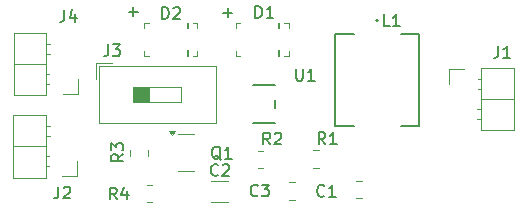
<source format=gto>
%TF.GenerationSoftware,KiCad,Pcbnew,9.0.1*%
%TF.CreationDate,2025-08-14T16:00:01+05:30*%
%TF.ProjectId,TinySolarSupply,54696e79-536f-46c6-9172-537570706c79,rev?*%
%TF.SameCoordinates,Original*%
%TF.FileFunction,Legend,Top*%
%TF.FilePolarity,Positive*%
%FSLAX46Y46*%
G04 Gerber Fmt 4.6, Leading zero omitted, Abs format (unit mm)*
G04 Created by KiCad (PCBNEW 9.0.1) date 2025-08-14 16:00:01*
%MOMM*%
%LPD*%
G01*
G04 APERTURE LIST*
%ADD10C,0.150000*%
%ADD11C,0.120000*%
%ADD12C,0.100000*%
%ADD13C,0.152400*%
G04 APERTURE END LIST*
D10*
X115138248Y-100123666D02*
X115900153Y-100123666D01*
X115519200Y-100504619D02*
X115519200Y-99742714D01*
X107137248Y-100022066D02*
X107899153Y-100022066D01*
X107518200Y-100403019D02*
X107518200Y-99641114D01*
X106645619Y-112098566D02*
X106169428Y-112431899D01*
X106645619Y-112669994D02*
X105645619Y-112669994D01*
X105645619Y-112669994D02*
X105645619Y-112289042D01*
X105645619Y-112289042D02*
X105693238Y-112193804D01*
X105693238Y-112193804D02*
X105740857Y-112146185D01*
X105740857Y-112146185D02*
X105836095Y-112098566D01*
X105836095Y-112098566D02*
X105978952Y-112098566D01*
X105978952Y-112098566D02*
X106074190Y-112146185D01*
X106074190Y-112146185D02*
X106121809Y-112193804D01*
X106121809Y-112193804D02*
X106169428Y-112289042D01*
X106169428Y-112289042D02*
X106169428Y-112669994D01*
X105645619Y-111765232D02*
X105645619Y-111146185D01*
X105645619Y-111146185D02*
X106026571Y-111479518D01*
X106026571Y-111479518D02*
X106026571Y-111336661D01*
X106026571Y-111336661D02*
X106074190Y-111241423D01*
X106074190Y-111241423D02*
X106121809Y-111193804D01*
X106121809Y-111193804D02*
X106217047Y-111146185D01*
X106217047Y-111146185D02*
X106455142Y-111146185D01*
X106455142Y-111146185D02*
X106550380Y-111193804D01*
X106550380Y-111193804D02*
X106598000Y-111241423D01*
X106598000Y-111241423D02*
X106645619Y-111336661D01*
X106645619Y-111336661D02*
X106645619Y-111622375D01*
X106645619Y-111622375D02*
X106598000Y-111717613D01*
X106598000Y-111717613D02*
X106550380Y-111765232D01*
X117841805Y-100556219D02*
X117841805Y-99556219D01*
X117841805Y-99556219D02*
X118079900Y-99556219D01*
X118079900Y-99556219D02*
X118222757Y-99603838D01*
X118222757Y-99603838D02*
X118317995Y-99699076D01*
X118317995Y-99699076D02*
X118365614Y-99794314D01*
X118365614Y-99794314D02*
X118413233Y-99984790D01*
X118413233Y-99984790D02*
X118413233Y-100127647D01*
X118413233Y-100127647D02*
X118365614Y-100318123D01*
X118365614Y-100318123D02*
X118317995Y-100413361D01*
X118317995Y-100413361D02*
X118222757Y-100508600D01*
X118222757Y-100508600D02*
X118079900Y-100556219D01*
X118079900Y-100556219D02*
X117841805Y-100556219D01*
X119365614Y-100556219D02*
X118794186Y-100556219D01*
X119079900Y-100556219D02*
X119079900Y-99556219D01*
X119079900Y-99556219D02*
X118984662Y-99699076D01*
X118984662Y-99699076D02*
X118889424Y-99794314D01*
X118889424Y-99794314D02*
X118794186Y-99841933D01*
X101165066Y-114847019D02*
X101165066Y-115561304D01*
X101165066Y-115561304D02*
X101117447Y-115704161D01*
X101117447Y-115704161D02*
X101022209Y-115799400D01*
X101022209Y-115799400D02*
X100879352Y-115847019D01*
X100879352Y-115847019D02*
X100784114Y-115847019D01*
X101593638Y-114942257D02*
X101641257Y-114894638D01*
X101641257Y-114894638D02*
X101736495Y-114847019D01*
X101736495Y-114847019D02*
X101974590Y-114847019D01*
X101974590Y-114847019D02*
X102069828Y-114894638D01*
X102069828Y-114894638D02*
X102117447Y-114942257D01*
X102117447Y-114942257D02*
X102165066Y-115037495D01*
X102165066Y-115037495D02*
X102165066Y-115132733D01*
X102165066Y-115132733D02*
X102117447Y-115275590D01*
X102117447Y-115275590D02*
X101546019Y-115847019D01*
X101546019Y-115847019D02*
X102165066Y-115847019D01*
X121285095Y-104864819D02*
X121285095Y-105674342D01*
X121285095Y-105674342D02*
X121332714Y-105769580D01*
X121332714Y-105769580D02*
X121380333Y-105817200D01*
X121380333Y-105817200D02*
X121475571Y-105864819D01*
X121475571Y-105864819D02*
X121666047Y-105864819D01*
X121666047Y-105864819D02*
X121761285Y-105817200D01*
X121761285Y-105817200D02*
X121808904Y-105769580D01*
X121808904Y-105769580D02*
X121856523Y-105674342D01*
X121856523Y-105674342D02*
X121856523Y-104864819D01*
X122856523Y-105864819D02*
X122285095Y-105864819D01*
X122570809Y-105864819D02*
X122570809Y-104864819D01*
X122570809Y-104864819D02*
X122475571Y-105007676D01*
X122475571Y-105007676D02*
X122380333Y-105102914D01*
X122380333Y-105102914D02*
X122285095Y-105150533D01*
X138401466Y-102947119D02*
X138401466Y-103661404D01*
X138401466Y-103661404D02*
X138353847Y-103804261D01*
X138353847Y-103804261D02*
X138258609Y-103899500D01*
X138258609Y-103899500D02*
X138115752Y-103947119D01*
X138115752Y-103947119D02*
X138020514Y-103947119D01*
X139401466Y-103947119D02*
X138830038Y-103947119D01*
X139115752Y-103947119D02*
X139115752Y-102947119D01*
X139115752Y-102947119D02*
X139020514Y-103089976D01*
X139020514Y-103089976D02*
X138925276Y-103185214D01*
X138925276Y-103185214D02*
X138830038Y-103232833D01*
X106106933Y-115923219D02*
X105773600Y-115447028D01*
X105535505Y-115923219D02*
X105535505Y-114923219D01*
X105535505Y-114923219D02*
X105916457Y-114923219D01*
X105916457Y-114923219D02*
X106011695Y-114970838D01*
X106011695Y-114970838D02*
X106059314Y-115018457D01*
X106059314Y-115018457D02*
X106106933Y-115113695D01*
X106106933Y-115113695D02*
X106106933Y-115256552D01*
X106106933Y-115256552D02*
X106059314Y-115351790D01*
X106059314Y-115351790D02*
X106011695Y-115399409D01*
X106011695Y-115399409D02*
X105916457Y-115447028D01*
X105916457Y-115447028D02*
X105535505Y-115447028D01*
X106964076Y-115256552D02*
X106964076Y-115923219D01*
X106725981Y-114875600D02*
X106487886Y-115589885D01*
X106487886Y-115589885D02*
X107106933Y-115589885D01*
X109946305Y-100632419D02*
X109946305Y-99632419D01*
X109946305Y-99632419D02*
X110184400Y-99632419D01*
X110184400Y-99632419D02*
X110327257Y-99680038D01*
X110327257Y-99680038D02*
X110422495Y-99775276D01*
X110422495Y-99775276D02*
X110470114Y-99870514D01*
X110470114Y-99870514D02*
X110517733Y-100060990D01*
X110517733Y-100060990D02*
X110517733Y-100203847D01*
X110517733Y-100203847D02*
X110470114Y-100394323D01*
X110470114Y-100394323D02*
X110422495Y-100489561D01*
X110422495Y-100489561D02*
X110327257Y-100584800D01*
X110327257Y-100584800D02*
X110184400Y-100632419D01*
X110184400Y-100632419D02*
X109946305Y-100632419D01*
X110898686Y-99727657D02*
X110946305Y-99680038D01*
X110946305Y-99680038D02*
X111041543Y-99632419D01*
X111041543Y-99632419D02*
X111279638Y-99632419D01*
X111279638Y-99632419D02*
X111374876Y-99680038D01*
X111374876Y-99680038D02*
X111422495Y-99727657D01*
X111422495Y-99727657D02*
X111470114Y-99822895D01*
X111470114Y-99822895D02*
X111470114Y-99918133D01*
X111470114Y-99918133D02*
X111422495Y-100060990D01*
X111422495Y-100060990D02*
X110851067Y-100632419D01*
X110851067Y-100632419D02*
X111470114Y-100632419D01*
X118044933Y-115573980D02*
X117997314Y-115621600D01*
X117997314Y-115621600D02*
X117854457Y-115669219D01*
X117854457Y-115669219D02*
X117759219Y-115669219D01*
X117759219Y-115669219D02*
X117616362Y-115621600D01*
X117616362Y-115621600D02*
X117521124Y-115526361D01*
X117521124Y-115526361D02*
X117473505Y-115431123D01*
X117473505Y-115431123D02*
X117425886Y-115240647D01*
X117425886Y-115240647D02*
X117425886Y-115097790D01*
X117425886Y-115097790D02*
X117473505Y-114907314D01*
X117473505Y-114907314D02*
X117521124Y-114812076D01*
X117521124Y-114812076D02*
X117616362Y-114716838D01*
X117616362Y-114716838D02*
X117759219Y-114669219D01*
X117759219Y-114669219D02*
X117854457Y-114669219D01*
X117854457Y-114669219D02*
X117997314Y-114716838D01*
X117997314Y-114716838D02*
X118044933Y-114764457D01*
X118378267Y-114669219D02*
X118997314Y-114669219D01*
X118997314Y-114669219D02*
X118663981Y-115050171D01*
X118663981Y-115050171D02*
X118806838Y-115050171D01*
X118806838Y-115050171D02*
X118902076Y-115097790D01*
X118902076Y-115097790D02*
X118949695Y-115145409D01*
X118949695Y-115145409D02*
X118997314Y-115240647D01*
X118997314Y-115240647D02*
X118997314Y-115478742D01*
X118997314Y-115478742D02*
X118949695Y-115573980D01*
X118949695Y-115573980D02*
X118902076Y-115621600D01*
X118902076Y-115621600D02*
X118806838Y-115669219D01*
X118806838Y-115669219D02*
X118521124Y-115669219D01*
X118521124Y-115669219D02*
X118425886Y-115621600D01*
X118425886Y-115621600D02*
X118378267Y-115573980D01*
X119086333Y-111275019D02*
X118753000Y-110798828D01*
X118514905Y-111275019D02*
X118514905Y-110275019D01*
X118514905Y-110275019D02*
X118895857Y-110275019D01*
X118895857Y-110275019D02*
X118991095Y-110322638D01*
X118991095Y-110322638D02*
X119038714Y-110370257D01*
X119038714Y-110370257D02*
X119086333Y-110465495D01*
X119086333Y-110465495D02*
X119086333Y-110608352D01*
X119086333Y-110608352D02*
X119038714Y-110703590D01*
X119038714Y-110703590D02*
X118991095Y-110751209D01*
X118991095Y-110751209D02*
X118895857Y-110798828D01*
X118895857Y-110798828D02*
X118514905Y-110798828D01*
X119467286Y-110370257D02*
X119514905Y-110322638D01*
X119514905Y-110322638D02*
X119610143Y-110275019D01*
X119610143Y-110275019D02*
X119848238Y-110275019D01*
X119848238Y-110275019D02*
X119943476Y-110322638D01*
X119943476Y-110322638D02*
X119991095Y-110370257D01*
X119991095Y-110370257D02*
X120038714Y-110465495D01*
X120038714Y-110465495D02*
X120038714Y-110560733D01*
X120038714Y-110560733D02*
X119991095Y-110703590D01*
X119991095Y-110703590D02*
X119419667Y-111275019D01*
X119419667Y-111275019D02*
X120038714Y-111275019D01*
X129195533Y-101242019D02*
X128719343Y-101242019D01*
X128719343Y-101242019D02*
X128719343Y-100242019D01*
X130052676Y-101242019D02*
X129481248Y-101242019D01*
X129766962Y-101242019D02*
X129766962Y-100242019D01*
X129766962Y-100242019D02*
X129671724Y-100384876D01*
X129671724Y-100384876D02*
X129576486Y-100480114D01*
X129576486Y-100480114D02*
X129481248Y-100527733D01*
X101673066Y-99886419D02*
X101673066Y-100600704D01*
X101673066Y-100600704D02*
X101625447Y-100743561D01*
X101625447Y-100743561D02*
X101530209Y-100838800D01*
X101530209Y-100838800D02*
X101387352Y-100886419D01*
X101387352Y-100886419D02*
X101292114Y-100886419D01*
X102577828Y-100219752D02*
X102577828Y-100886419D01*
X102339733Y-99838800D02*
X102101638Y-100553085D01*
X102101638Y-100553085D02*
X102720685Y-100553085D01*
X105376166Y-102807419D02*
X105376166Y-103521704D01*
X105376166Y-103521704D02*
X105328547Y-103664561D01*
X105328547Y-103664561D02*
X105233309Y-103759800D01*
X105233309Y-103759800D02*
X105090452Y-103807419D01*
X105090452Y-103807419D02*
X104995214Y-103807419D01*
X105757119Y-102807419D02*
X106376166Y-102807419D01*
X106376166Y-102807419D02*
X106042833Y-103188371D01*
X106042833Y-103188371D02*
X106185690Y-103188371D01*
X106185690Y-103188371D02*
X106280928Y-103235990D01*
X106280928Y-103235990D02*
X106328547Y-103283609D01*
X106328547Y-103283609D02*
X106376166Y-103378847D01*
X106376166Y-103378847D02*
X106376166Y-103616942D01*
X106376166Y-103616942D02*
X106328547Y-103712180D01*
X106328547Y-103712180D02*
X106280928Y-103759800D01*
X106280928Y-103759800D02*
X106185690Y-103807419D01*
X106185690Y-103807419D02*
X105899976Y-103807419D01*
X105899976Y-103807419D02*
X105804738Y-103759800D01*
X105804738Y-103759800D02*
X105757119Y-103712180D01*
X123759933Y-111249619D02*
X123426600Y-110773428D01*
X123188505Y-111249619D02*
X123188505Y-110249619D01*
X123188505Y-110249619D02*
X123569457Y-110249619D01*
X123569457Y-110249619D02*
X123664695Y-110297238D01*
X123664695Y-110297238D02*
X123712314Y-110344857D01*
X123712314Y-110344857D02*
X123759933Y-110440095D01*
X123759933Y-110440095D02*
X123759933Y-110582952D01*
X123759933Y-110582952D02*
X123712314Y-110678190D01*
X123712314Y-110678190D02*
X123664695Y-110725809D01*
X123664695Y-110725809D02*
X123569457Y-110773428D01*
X123569457Y-110773428D02*
X123188505Y-110773428D01*
X124712314Y-111249619D02*
X124140886Y-111249619D01*
X124426600Y-111249619D02*
X124426600Y-110249619D01*
X124426600Y-110249619D02*
X124331362Y-110392476D01*
X124331362Y-110392476D02*
X124236124Y-110487714D01*
X124236124Y-110487714D02*
X124140886Y-110535333D01*
X123683733Y-115599380D02*
X123636114Y-115647000D01*
X123636114Y-115647000D02*
X123493257Y-115694619D01*
X123493257Y-115694619D02*
X123398019Y-115694619D01*
X123398019Y-115694619D02*
X123255162Y-115647000D01*
X123255162Y-115647000D02*
X123159924Y-115551761D01*
X123159924Y-115551761D02*
X123112305Y-115456523D01*
X123112305Y-115456523D02*
X123064686Y-115266047D01*
X123064686Y-115266047D02*
X123064686Y-115123190D01*
X123064686Y-115123190D02*
X123112305Y-114932714D01*
X123112305Y-114932714D02*
X123159924Y-114837476D01*
X123159924Y-114837476D02*
X123255162Y-114742238D01*
X123255162Y-114742238D02*
X123398019Y-114694619D01*
X123398019Y-114694619D02*
X123493257Y-114694619D01*
X123493257Y-114694619D02*
X123636114Y-114742238D01*
X123636114Y-114742238D02*
X123683733Y-114789857D01*
X124636114Y-115694619D02*
X124064686Y-115694619D01*
X124350400Y-115694619D02*
X124350400Y-114694619D01*
X124350400Y-114694619D02*
X124255162Y-114837476D01*
X124255162Y-114837476D02*
X124159924Y-114932714D01*
X124159924Y-114932714D02*
X124064686Y-114980333D01*
X114692133Y-113846780D02*
X114644514Y-113894400D01*
X114644514Y-113894400D02*
X114501657Y-113942019D01*
X114501657Y-113942019D02*
X114406419Y-113942019D01*
X114406419Y-113942019D02*
X114263562Y-113894400D01*
X114263562Y-113894400D02*
X114168324Y-113799161D01*
X114168324Y-113799161D02*
X114120705Y-113703923D01*
X114120705Y-113703923D02*
X114073086Y-113513447D01*
X114073086Y-113513447D02*
X114073086Y-113370590D01*
X114073086Y-113370590D02*
X114120705Y-113180114D01*
X114120705Y-113180114D02*
X114168324Y-113084876D01*
X114168324Y-113084876D02*
X114263562Y-112989638D01*
X114263562Y-112989638D02*
X114406419Y-112942019D01*
X114406419Y-112942019D02*
X114501657Y-112942019D01*
X114501657Y-112942019D02*
X114644514Y-112989638D01*
X114644514Y-112989638D02*
X114692133Y-113037257D01*
X115073086Y-113037257D02*
X115120705Y-112989638D01*
X115120705Y-112989638D02*
X115215943Y-112942019D01*
X115215943Y-112942019D02*
X115454038Y-112942019D01*
X115454038Y-112942019D02*
X115549276Y-112989638D01*
X115549276Y-112989638D02*
X115596895Y-113037257D01*
X115596895Y-113037257D02*
X115644514Y-113132495D01*
X115644514Y-113132495D02*
X115644514Y-113227733D01*
X115644514Y-113227733D02*
X115596895Y-113370590D01*
X115596895Y-113370590D02*
X115025467Y-113942019D01*
X115025467Y-113942019D02*
X115644514Y-113942019D01*
X114915961Y-112564057D02*
X114820723Y-112516438D01*
X114820723Y-112516438D02*
X114725485Y-112421200D01*
X114725485Y-112421200D02*
X114582628Y-112278342D01*
X114582628Y-112278342D02*
X114487390Y-112230723D01*
X114487390Y-112230723D02*
X114392152Y-112230723D01*
X114439771Y-112468819D02*
X114344533Y-112421200D01*
X114344533Y-112421200D02*
X114249295Y-112325961D01*
X114249295Y-112325961D02*
X114201676Y-112135485D01*
X114201676Y-112135485D02*
X114201676Y-111802152D01*
X114201676Y-111802152D02*
X114249295Y-111611676D01*
X114249295Y-111611676D02*
X114344533Y-111516438D01*
X114344533Y-111516438D02*
X114439771Y-111468819D01*
X114439771Y-111468819D02*
X114630247Y-111468819D01*
X114630247Y-111468819D02*
X114725485Y-111516438D01*
X114725485Y-111516438D02*
X114820723Y-111611676D01*
X114820723Y-111611676D02*
X114868342Y-111802152D01*
X114868342Y-111802152D02*
X114868342Y-112135485D01*
X114868342Y-112135485D02*
X114820723Y-112325961D01*
X114820723Y-112325961D02*
X114725485Y-112421200D01*
X114725485Y-112421200D02*
X114630247Y-112468819D01*
X114630247Y-112468819D02*
X114439771Y-112468819D01*
X115820723Y-112468819D02*
X115249295Y-112468819D01*
X115535009Y-112468819D02*
X115535009Y-111468819D01*
X115535009Y-111468819D02*
X115439771Y-111611676D01*
X115439771Y-111611676D02*
X115344533Y-111706914D01*
X115344533Y-111706914D02*
X115249295Y-111754533D01*
D11*
%TO.C,R3*%
X107240400Y-111761536D02*
X107240400Y-112215664D01*
X108710400Y-111761536D02*
X108710400Y-112215664D01*
D12*
%TO.C,D1*%
X116164800Y-100974900D02*
X116164800Y-101374900D01*
X116164800Y-100974900D02*
X116564800Y-100974900D01*
X116164800Y-103774900D02*
X116164800Y-103374900D01*
X116164800Y-103774900D02*
X116564800Y-103774900D01*
X119778780Y-100972820D02*
X119854980Y-100972820D01*
X119778780Y-101432560D02*
X119778780Y-100972820D01*
X119778780Y-103309620D02*
X119778780Y-103774440D01*
X119778780Y-103774440D02*
X119854980Y-103774440D01*
X119854980Y-100972820D02*
X119854980Y-101432560D01*
X119854980Y-101432560D02*
X119778780Y-101432560D01*
X119854980Y-103309620D02*
X119778780Y-103309620D01*
X119854980Y-103774440D02*
X119854980Y-103309620D01*
X120664800Y-100974900D02*
X120264800Y-100974900D01*
X120664800Y-100974900D02*
X120664800Y-101374900D01*
X120664800Y-103774900D02*
X120264800Y-103774900D01*
X120664800Y-103774900D02*
X120664800Y-103374900D01*
D11*
%TO.C,J2*%
X97339200Y-108784800D02*
X97339200Y-114084800D01*
X97339200Y-114084800D02*
X100099200Y-114084800D01*
X100099200Y-108784800D02*
X97339200Y-108784800D01*
X100099200Y-111434800D02*
X97339200Y-111434800D01*
X100099200Y-114084800D02*
X100099200Y-108784800D01*
X100329200Y-112274800D02*
X100099200Y-112274800D01*
X100329200Y-113134800D02*
X100099200Y-113134800D01*
X100411842Y-109734800D02*
X100099200Y-109734800D01*
X100411842Y-110594800D02*
X100099200Y-110594800D01*
X102759200Y-112704800D02*
X102759200Y-113974800D01*
X102759200Y-113974800D02*
X101489200Y-113974800D01*
D13*
%TO.C,U1*%
X117665500Y-109423200D02*
X119468900Y-109423200D01*
X119468900Y-106273600D02*
X117665500Y-106273600D01*
X119468900Y-108186261D02*
X119468900Y-107510539D01*
D11*
%TO.C,J1*%
X134273600Y-104897000D02*
X135543600Y-104897000D01*
X134273600Y-106167000D02*
X134273600Y-104897000D01*
X136620958Y-108277000D02*
X136933600Y-108277000D01*
X136620958Y-109137000D02*
X136933600Y-109137000D01*
X136703600Y-105737000D02*
X136933600Y-105737000D01*
X136703600Y-106597000D02*
X136933600Y-106597000D01*
X136933600Y-104787000D02*
X136933600Y-110087000D01*
X136933600Y-107437000D02*
X139693600Y-107437000D01*
X136933600Y-110087000D02*
X139693600Y-110087000D01*
X139693600Y-104787000D02*
X136933600Y-104787000D01*
X139693600Y-110087000D02*
X139693600Y-104787000D01*
%TO.C,R4*%
X108637336Y-114704800D02*
X109091464Y-114704800D01*
X108637336Y-116174800D02*
X109091464Y-116174800D01*
D12*
%TO.C,D2*%
X108434400Y-100974900D02*
X108434400Y-101374900D01*
X108434400Y-100974900D02*
X108834400Y-100974900D01*
X108434400Y-103774900D02*
X108434400Y-103374900D01*
X108434400Y-103774900D02*
X108834400Y-103774900D01*
X112048380Y-100972820D02*
X112124580Y-100972820D01*
X112048380Y-101432560D02*
X112048380Y-100972820D01*
X112048380Y-103309620D02*
X112048380Y-103774440D01*
X112048380Y-103774440D02*
X112124580Y-103774440D01*
X112124580Y-100972820D02*
X112124580Y-101432560D01*
X112124580Y-101432560D02*
X112048380Y-101432560D01*
X112124580Y-103309620D02*
X112048380Y-103309620D01*
X112124580Y-103774440D02*
X112124580Y-103309620D01*
X112934400Y-100974900D02*
X112534400Y-100974900D01*
X112934400Y-100974900D02*
X112934400Y-101374900D01*
X112934400Y-103774900D02*
X112534400Y-103774900D01*
X112934400Y-103774900D02*
X112934400Y-103374900D01*
D11*
%TO.C,C3*%
X120693548Y-114479400D02*
X121216052Y-114479400D01*
X120693548Y-115949400D02*
X121216052Y-115949400D01*
%TO.C,R2*%
X118035336Y-111787000D02*
X118489464Y-111787000D01*
X118035336Y-113257000D02*
X118489464Y-113257000D01*
D13*
%TO.C,L1*%
X124587000Y-101942900D02*
X124587000Y-109689900D01*
X124587000Y-109689900D02*
X126159260Y-109689900D01*
X126159260Y-101942900D02*
X124587000Y-101942900D01*
X130126740Y-109689900D02*
X131699000Y-109689900D01*
X131699000Y-101942900D02*
X130126740Y-101942900D01*
X131699000Y-109689900D02*
X131699000Y-101942900D01*
X128219200Y-100799900D02*
G75*
G02*
X128066800Y-100799900I-76200J0D01*
G01*
X128066800Y-100799900D02*
G75*
G02*
X128219200Y-100799900I76200J0D01*
G01*
D11*
%TO.C,J4*%
X97364600Y-101825200D02*
X97364600Y-107125200D01*
X97364600Y-107125200D02*
X100124600Y-107125200D01*
X100124600Y-101825200D02*
X97364600Y-101825200D01*
X100124600Y-104475200D02*
X97364600Y-104475200D01*
X100124600Y-107125200D02*
X100124600Y-101825200D01*
X100354600Y-105315200D02*
X100124600Y-105315200D01*
X100354600Y-106175200D02*
X100124600Y-106175200D01*
X100437242Y-102775200D02*
X100124600Y-102775200D01*
X100437242Y-103635200D02*
X100124600Y-103635200D01*
X102784600Y-105745200D02*
X102784600Y-107015200D01*
X102784600Y-107015200D02*
X101514600Y-107015200D01*
%TO.C,J3*%
X104326500Y-104362700D02*
X104326500Y-105745700D01*
X104326500Y-104362700D02*
X105709500Y-104362700D01*
X104566500Y-104602700D02*
X104566500Y-109442700D01*
X104566500Y-104602700D02*
X114466500Y-104602700D01*
X104566500Y-109442700D02*
X114466500Y-109442700D01*
X108839833Y-106387700D02*
X108839833Y-107657700D01*
X114466500Y-104602700D02*
X114466500Y-109442700D01*
X107486500Y-106387700D02*
X108839833Y-106387700D01*
X108839833Y-107657700D01*
X107486500Y-107657700D01*
X107486500Y-106387700D01*
G36*
X107486500Y-106387700D02*
G01*
X108839833Y-106387700D01*
X108839833Y-107657700D01*
X107486500Y-107657700D01*
X107486500Y-106387700D01*
G37*
X107486500Y-106387700D02*
X111546500Y-106387700D01*
X111546500Y-107657700D01*
X107486500Y-107657700D01*
X107486500Y-106387700D01*
%TO.C,R1*%
X122734336Y-111761600D02*
X123188464Y-111761600D01*
X122734336Y-113231600D02*
X123188464Y-113231600D01*
%TO.C,C1*%
X126383148Y-114377800D02*
X126905652Y-114377800D01*
X126383148Y-115847800D02*
X126905652Y-115847800D01*
%TO.C,C2*%
X115544652Y-114355200D02*
X114122148Y-114355200D01*
X115544652Y-116175200D02*
X114122148Y-116175200D01*
%TO.C,Q1*%
X111963200Y-110389100D02*
X111313200Y-110389100D01*
X111963200Y-110389100D02*
X112613200Y-110389100D01*
X111963200Y-113509100D02*
X111313200Y-113509100D01*
X111963200Y-113509100D02*
X112613200Y-113509100D01*
X110800700Y-110439100D02*
X110560700Y-110109100D01*
X111040700Y-110109100D01*
X110800700Y-110439100D01*
G36*
X110800700Y-110439100D02*
G01*
X110560700Y-110109100D01*
X111040700Y-110109100D01*
X110800700Y-110439100D01*
G37*
%TD*%
M02*

</source>
